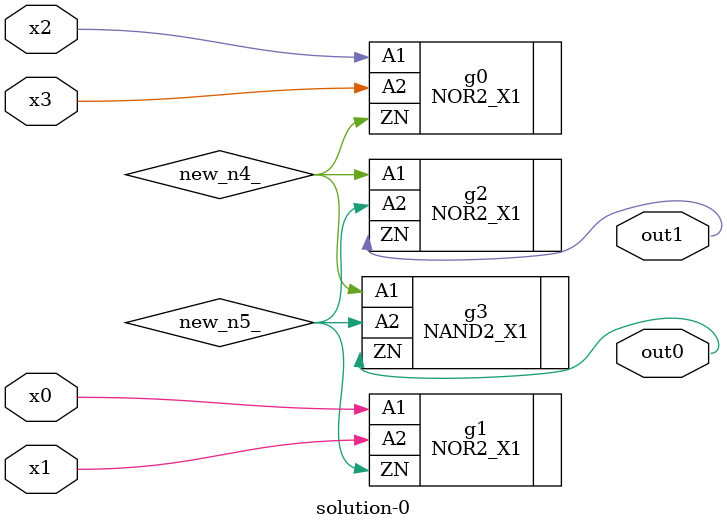
<source format=v>
module \solution-0 (
  x0, x1, x2, x3,
  out0, out1 );
  input x0, x1, x2, x3;
  output out0, out1;
  wire new_n4_, new_n5_;
  NOR2_X1  g0(.A1(x2), .A2(x3), .ZN(new_n4_));
  NOR2_X1  g1(.A1(x0), .A2(x1), .ZN(new_n5_));
  NOR2_X1  g2(.A1(new_n4_), .A2(new_n5_), .ZN(out1));
  NAND2_X1  g3(.A1(new_n4_), .A2(new_n5_), .ZN(out0));
endmodule

</source>
